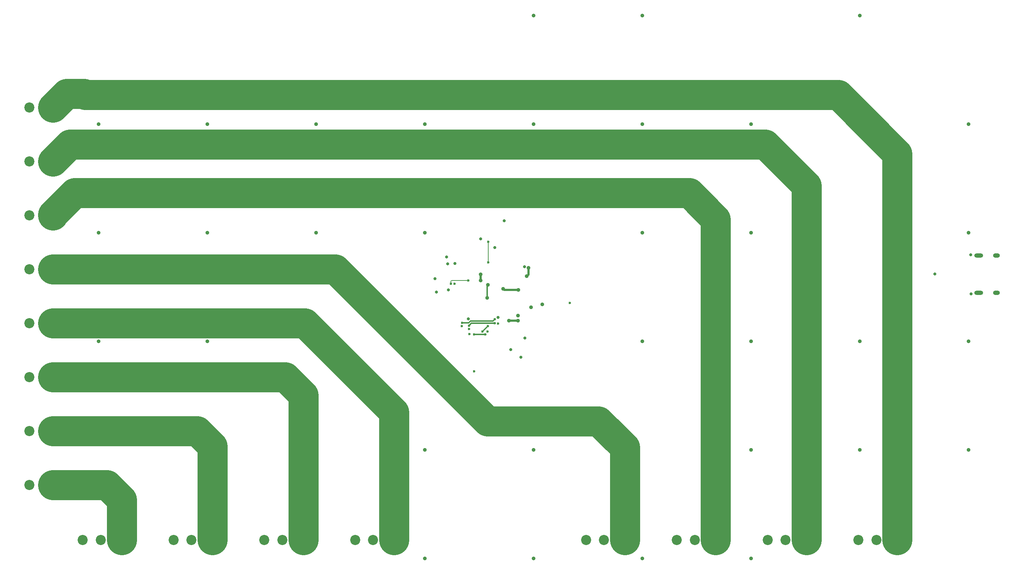
<source format=gbr>
%TF.GenerationSoftware,KiCad,Pcbnew,9.0.1*%
%TF.CreationDate,2025-06-20T14:08:42-04:00*%
%TF.ProjectId,LED-DriverPCB,4c45442d-4472-4697-9665-725043422e6b,rev?*%
%TF.SameCoordinates,Original*%
%TF.FileFunction,Copper,L4,Bot*%
%TF.FilePolarity,Positive*%
%FSLAX46Y46*%
G04 Gerber Fmt 4.6, Leading zero omitted, Abs format (unit mm)*
G04 Created by KiCad (PCBNEW 9.0.1) date 2025-06-20 14:08:42*
%MOMM*%
%LPD*%
G01*
G04 APERTURE LIST*
%TA.AperFunction,ComponentPad*%
%ADD10C,2.362200*%
%TD*%
%TA.AperFunction,HeatsinkPad*%
%ADD11O,2.100000X1.000000*%
%TD*%
%TA.AperFunction,HeatsinkPad*%
%ADD12O,1.600000X1.000000*%
%TD*%
%TA.AperFunction,ViaPad*%
%ADD13C,0.600000*%
%TD*%
%TA.AperFunction,ViaPad*%
%ADD14C,0.900000*%
%TD*%
%TA.AperFunction,ViaPad*%
%ADD15C,0.700000*%
%TD*%
%TA.AperFunction,Conductor*%
%ADD16C,7.000000*%
%TD*%
%TA.AperFunction,Conductor*%
%ADD17C,0.190000*%
%TD*%
%TA.AperFunction,Conductor*%
%ADD18C,0.300000*%
%TD*%
%TA.AperFunction,Conductor*%
%ADD19C,0.500000*%
%TD*%
G04 APERTURE END LIST*
D10*
%TO.P,J16,1,Pin_1*%
%TO.N,GND*%
X121250000Y-149459100D03*
%TO.P,J16,2,Pin_2*%
%TO.N,/STR5_PWR*%
X126749999Y-149459100D03*
%TD*%
%TO.P,J3,1,Pin_1*%
%TO.N,/STR3_PWR*%
X280856599Y-200140900D03*
%TO.P,J3,2,Pin_2*%
%TO.N,/STR3_DATA*%
X276656600Y-200140900D03*
%TO.P,J3,3,Pin_3*%
%TO.N,GND*%
X272456601Y-200140900D03*
%TD*%
D11*
%TO.P,J9,S1,SHIELD*%
%TO.N,GND*%
X342930251Y-142311000D03*
D12*
X347110251Y-142311000D03*
D11*
X342930251Y-133671000D03*
D12*
X347110251Y-133671000D03*
%TD*%
D10*
%TO.P,J6,1,Pin_1*%
%TO.N,/STR6_PWR*%
X184518099Y-200140900D03*
%TO.P,J6,2,Pin_2*%
%TO.N,/STR6_DATA*%
X180318100Y-200140900D03*
%TO.P,J6,3,Pin_3*%
%TO.N,GND*%
X176118101Y-200140900D03*
%TD*%
%TO.P,J18,1,Pin_1*%
%TO.N,GND*%
X121250000Y-174695500D03*
%TO.P,J18,2,Pin_2*%
%TO.N,/STR7_PWR*%
X126749999Y-174695500D03*
%TD*%
%TO.P,J2,1,Pin_1*%
%TO.N,/STR2_PWR*%
X302067599Y-200140900D03*
%TO.P,J2,2,Pin_2*%
%TO.N,/STR2_DATA*%
X297867600Y-200140900D03*
%TO.P,J2,3,Pin_3*%
%TO.N,GND*%
X293667601Y-200140900D03*
%TD*%
%TO.P,J7,1,Pin_1*%
%TO.N,/STR7_PWR*%
X163307099Y-200140900D03*
%TO.P,J7,2,Pin_2*%
%TO.N,/STR7_DATA*%
X159107100Y-200140900D03*
%TO.P,J7,3,Pin_3*%
%TO.N,GND*%
X154907101Y-200140900D03*
%TD*%
%TO.P,J17,1,Pin_1*%
%TO.N,GND*%
X121250000Y-162077100D03*
%TO.P,J17,2,Pin_2*%
%TO.N,/STR6_PWR*%
X126749999Y-162077100D03*
%TD*%
%TO.P,J15,1,Pin_1*%
%TO.N,GND*%
X121250000Y-136841100D03*
%TO.P,J15,2,Pin_2*%
%TO.N,/STR4_PWR*%
X126749999Y-136841100D03*
%TD*%
%TO.P,J8,1,Pin_1*%
%TO.N,/STR8_PWR*%
X142096099Y-200140900D03*
%TO.P,J8,2,Pin_2*%
%TO.N,/STR8_DATA*%
X137896100Y-200140900D03*
%TO.P,J8,3,Pin_3*%
%TO.N,GND*%
X133696101Y-200140900D03*
%TD*%
%TO.P,J19,1,Pin_1*%
%TO.N,GND*%
X121250000Y-187313500D03*
%TO.P,J19,2,Pin_2*%
%TO.N,/STR8_PWR*%
X126749999Y-187313500D03*
%TD*%
%TO.P,J4,1,Pin_1*%
%TO.N,/STR4_PWR*%
X259645599Y-200140900D03*
%TO.P,J4,2,Pin_2*%
%TO.N,/STR4_DATA*%
X255445600Y-200140900D03*
%TO.P,J4,3,Pin_3*%
%TO.N,GND*%
X251245601Y-200140900D03*
%TD*%
%TO.P,J12,1,Pin_1*%
%TO.N,GND*%
X121250000Y-98986500D03*
%TO.P,J12,2,Pin_2*%
%TO.N,/STR1_PWR*%
X126749999Y-98986500D03*
%TD*%
%TO.P,J13,1,Pin_1*%
%TO.N,GND*%
X121250000Y-111604500D03*
%TO.P,J13,2,Pin_2*%
%TO.N,/STR2_PWR*%
X126749999Y-111604500D03*
%TD*%
%TO.P,J14,1,Pin_1*%
%TO.N,GND*%
X121250000Y-124223100D03*
%TO.P,J14,2,Pin_2*%
%TO.N,/STR3_PWR*%
X126749999Y-124223100D03*
%TD*%
%TO.P,J1,1,Pin_1*%
%TO.N,/STR1_PWR*%
X323278599Y-200140900D03*
%TO.P,J1,2,Pin_2*%
%TO.N,/STR1_DATA*%
X319078600Y-200140900D03*
%TO.P,J1,3,Pin_3*%
%TO.N,GND*%
X314878601Y-200140900D03*
%TD*%
%TO.P,J5,1,Pin_1*%
%TO.N,/STR5_PWR*%
X205729099Y-200140900D03*
%TO.P,J5,2,Pin_2*%
%TO.N,/STR5_DATA*%
X201529100Y-200140900D03*
%TO.P,J5,3,Pin_3*%
%TO.N,GND*%
X197329101Y-200140900D03*
%TD*%
D13*
%TO.N,GND*%
X247479000Y-144709000D03*
D14*
X315229000Y-153691000D03*
D13*
X222279000Y-150141000D03*
D15*
X223779000Y-148441000D03*
X236979000Y-152941000D03*
D14*
X340629000Y-102891000D03*
D15*
X218679000Y-133941000D03*
D14*
X162829000Y-102891000D03*
X289829000Y-128291000D03*
X289829000Y-153691000D03*
D13*
X224029000Y-152041000D03*
D14*
X137429000Y-102891000D03*
X188229000Y-102891000D03*
D15*
X216279000Y-142191000D03*
X219129000Y-141641000D03*
X332710251Y-137991000D03*
X226629000Y-129741000D03*
D14*
X213629000Y-204491000D03*
X137429000Y-153691000D03*
X239029000Y-179091000D03*
X162829000Y-153691000D03*
D15*
X229979000Y-131741000D03*
D14*
X238379000Y-145741000D03*
X188229000Y-128291000D03*
D13*
X223929000Y-150841000D03*
D14*
X239029000Y-77491000D03*
X289829000Y-179091000D03*
X289829000Y-102891000D03*
D15*
X236858855Y-136273464D03*
D14*
X213629000Y-128291000D03*
X137429000Y-128291000D03*
X213629000Y-102891000D03*
D15*
X215979000Y-139041000D03*
D14*
X340629000Y-153691000D03*
D13*
X230728384Y-149522377D03*
X220529000Y-140241000D03*
D15*
X233629000Y-155641000D03*
D13*
X228279000Y-151441000D03*
D14*
X162829000Y-128291000D03*
D15*
X236079000Y-157391000D03*
D13*
X225079000Y-160741000D03*
D14*
X264429000Y-204491000D03*
X340629000Y-128291000D03*
D15*
X341160251Y-142591000D03*
D14*
X239029000Y-102891000D03*
X264429000Y-128291000D03*
D15*
X220654000Y-135489714D03*
D14*
X264429000Y-102891000D03*
X340629000Y-179091000D03*
X239029000Y-204491000D03*
X315229000Y-77491000D03*
X315229000Y-179091000D03*
X241029000Y-145041000D03*
X264429000Y-153691000D03*
X235329000Y-147691000D03*
D15*
X218929000Y-135541000D03*
D14*
X213629000Y-179091000D03*
D15*
X232179000Y-125491000D03*
X230729000Y-148091000D03*
D14*
X289829000Y-204491000D03*
D15*
X341110251Y-133491000D03*
D13*
%TO.N,/SWD_NRST*%
X223779000Y-139441000D03*
X228429000Y-130391000D03*
X228379000Y-135241000D03*
X219728997Y-140241000D03*
D14*
%TO.N,+3.3V*%
X231922870Y-141441000D03*
X226629000Y-137996000D03*
X233229000Y-148891000D03*
X237829000Y-136516000D03*
X235329000Y-148891000D03*
X235429000Y-141691000D03*
X226629000Y-139491000D03*
X228129000Y-143542000D03*
X228329000Y-140491000D03*
X237429000Y-138491000D03*
D13*
%TO.N,/PWM_TIM5_CH3*%
X229929000Y-148541000D03*
X222358603Y-149344967D03*
%TO.N,/PWM_TIM3_CH1*%
X225104000Y-152091000D03*
X227729000Y-152091000D03*
%TO.N,/PWM_TIM5_CH4*%
X223929000Y-150040997D03*
X229929000Y-149491000D03*
%TO.N,/PWM_TIM3_CH3*%
X228298238Y-150141001D03*
X227088620Y-151441000D03*
D14*
%TO.N,GND*%
X264429000Y-77491000D03*
%TD*%
D16*
%TO.N,/STR1_PWR*%
X323960700Y-109822700D02*
X323960700Y-200140900D01*
X134029000Y-95809000D02*
X129927499Y-95809000D01*
X129927499Y-95809000D02*
X126749999Y-98986500D01*
X134029000Y-95809000D02*
X134261000Y-96041000D01*
X310179000Y-96041000D02*
X323960700Y-109822700D01*
X134261000Y-96041000D02*
X310179000Y-96041000D01*
%TO.N,/STR2_PWR*%
X302749700Y-117311700D02*
X302749700Y-200140900D01*
X130697000Y-107641000D02*
X293079000Y-107641000D01*
X293079000Y-107641000D02*
X302749700Y-117311700D01*
X126749999Y-111588001D02*
X130697000Y-107641000D01*
X126749999Y-111604500D02*
X126749999Y-111588001D01*
%TO.N,/STR3_PWR*%
X126749999Y-124088001D02*
X131847000Y-118991000D01*
X126749999Y-124223100D02*
X126749999Y-124088001D01*
X131847000Y-118991000D02*
X275379000Y-118991000D01*
X275379000Y-118991000D02*
X281538700Y-125150700D01*
X281538700Y-125150700D02*
X281538700Y-200140900D01*
%TO.N,/STR4_PWR*%
X260327700Y-178539700D02*
X260327700Y-200140900D01*
X228279000Y-172391000D02*
X254179000Y-172391000D01*
X126749999Y-136841100D02*
X192729100Y-136841100D01*
X254179000Y-172391000D02*
X260327700Y-178539700D01*
X192729100Y-136841100D02*
X228279000Y-172391000D01*
%TO.N,/STR5_PWR*%
X185597100Y-149459100D02*
X206411200Y-170273200D01*
X206411200Y-170273200D02*
X206411200Y-200140900D01*
X126749999Y-149459100D02*
X185597100Y-149459100D01*
%TO.N,/STR6_PWR*%
X180965100Y-162077100D02*
X185200200Y-166312200D01*
X126749999Y-162077100D02*
X180965100Y-162077100D01*
X185200200Y-166312200D02*
X185200200Y-200140900D01*
%TO.N,/STR7_PWR*%
X163989200Y-178251200D02*
X163989200Y-200140900D01*
X160433500Y-174695500D02*
X163989200Y-178251200D01*
X126749999Y-174695500D02*
X160433500Y-174695500D01*
%TO.N,/STR8_PWR*%
X139351500Y-187313500D02*
X142778200Y-190740200D01*
X142778200Y-190740200D02*
X142778200Y-200140900D01*
X126749999Y-187313500D02*
X139351500Y-187313500D01*
D17*
%TO.N,/SWD_NRST*%
X228429000Y-130391000D02*
X228429000Y-135191000D01*
X219728997Y-140241000D02*
X219728997Y-139591003D01*
X219879000Y-139441000D02*
X223779000Y-139441000D01*
X228429000Y-135191000D02*
X228379000Y-135241000D01*
X219728997Y-139591003D02*
X219879000Y-139441000D01*
D18*
%TO.N,+3.3V*%
X228129000Y-140691000D02*
X228329000Y-140491000D01*
X228129000Y-143542000D02*
X228129000Y-140691000D01*
D19*
X235329000Y-148891000D02*
X233229000Y-148891000D01*
X237429000Y-138491000D02*
X237829000Y-138091000D01*
X235429000Y-141691000D02*
X232172870Y-141691000D01*
X226629000Y-139491000D02*
X226629000Y-137996000D01*
X232172870Y-141691000D02*
X231922870Y-141441000D01*
X237829000Y-138091000D02*
X237829000Y-136516000D01*
D18*
%TO.N,/PWM_TIM5_CH3*%
X224279000Y-148941000D02*
X229529000Y-148941000D01*
X223875033Y-149344967D02*
X224279000Y-148941000D01*
X222358603Y-149344967D02*
X223875033Y-149344967D01*
X229529000Y-148941000D02*
X229929000Y-148541000D01*
%TO.N,/PWM_TIM3_CH1*%
X227729000Y-152091000D02*
X225104000Y-152091000D01*
%TO.N,/PWM_TIM5_CH4*%
X224478997Y-149491000D02*
X223929000Y-150040997D01*
X229929000Y-149491000D02*
X224478997Y-149491000D01*
%TO.N,/PWM_TIM3_CH3*%
X228298238Y-150171762D02*
X228298238Y-150141001D01*
X227088620Y-151441000D02*
X227088620Y-151381380D01*
X227088620Y-151381380D02*
X228298238Y-150171762D01*
%TD*%
M02*

</source>
